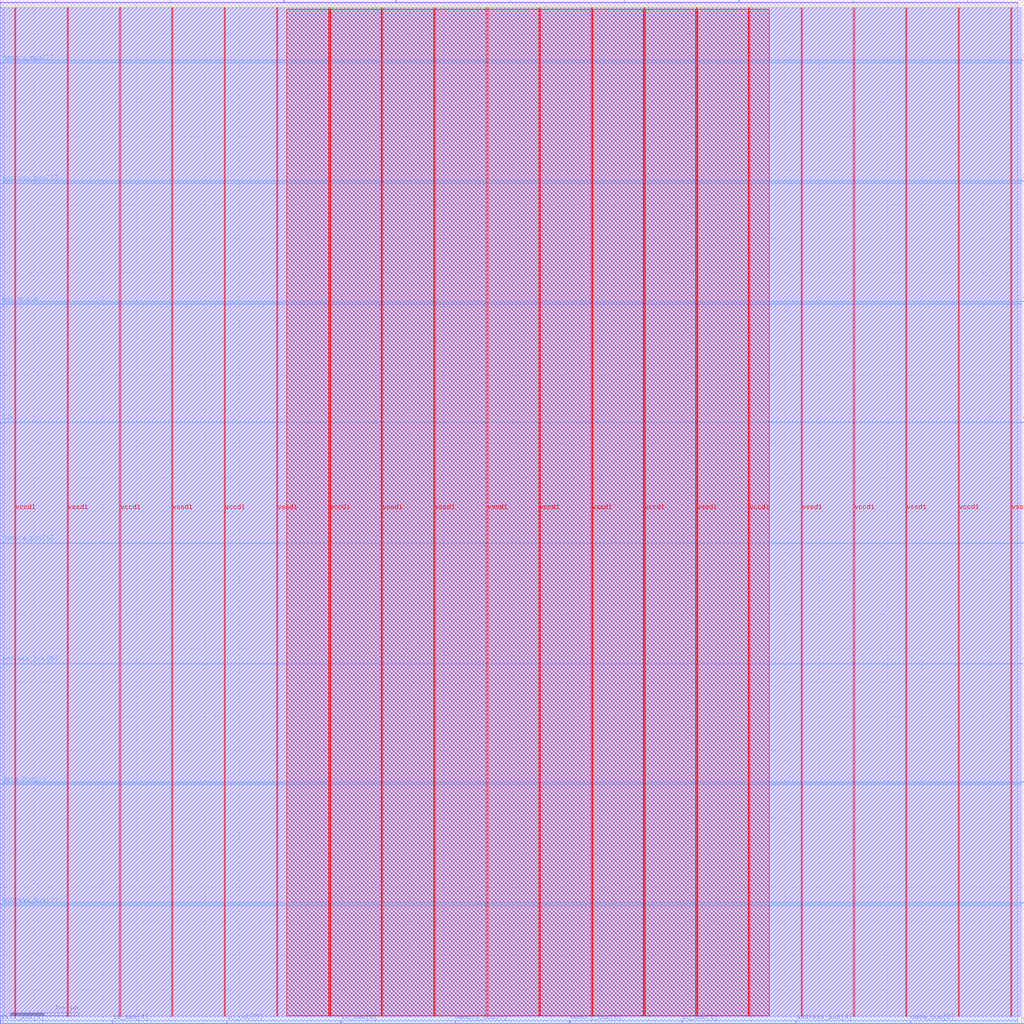
<source format=lef>
VERSION 5.7 ;
  NOWIREEXTENSIONATPIN ON ;
  DIVIDERCHAR "/" ;
  BUSBITCHARS "[]" ;
MACRO RISC_SPM
  CLASS BLOCK ;
  FOREIGN RISC_SPM ;
  ORIGIN 0.000 0.000 ;
  SIZE 1500.000 BY 1500.000 ;
  PIN address_bus[0]
    DIRECTION INPUT ;
    USE SIGNAL ;
    PORT
      LAYER met2 ;
        RECT 415.470 1496.000 415.750 1500.000 ;
    END
  END address_bus[0]
  PIN address_bus[1]
    DIRECTION INPUT ;
    USE SIGNAL ;
    PORT
      LAYER met2 ;
        RECT 1249.450 1496.000 1249.730 1500.000 ;
    END
  END address_bus[1]
  PIN address_bus[2]
    DIRECTION INPUT ;
    USE SIGNAL ;
    PORT
      LAYER met2 ;
        RECT 80.590 1496.000 80.870 1500.000 ;
    END
  END address_bus[2]
  PIN address_bus[3]
    DIRECTION INPUT ;
    USE SIGNAL ;
    PORT
      LAYER met3 ;
        RECT 0.000 1230.840 4.000 1231.440 ;
    END
  END address_bus[3]
  PIN address_bus[4]
    DIRECTION INPUT ;
    USE SIGNAL ;
    PORT
      LAYER met2 ;
        RECT 1165.730 0.000 1166.010 4.000 ;
    END
  END address_bus[4]
  PIN address_bus[5]
    DIRECTION INPUT ;
    USE SIGNAL ;
    PORT
      LAYER met3 ;
        RECT 0.000 527.040 4.000 527.640 ;
    END
  END address_bus[5]
  PIN address_bus[6]
    DIRECTION INPUT ;
    USE SIGNAL ;
    PORT
      LAYER met2 ;
        RECT 1082.010 1496.000 1082.290 1500.000 ;
    END
  END address_bus[6]
  PIN address_bus[7]
    DIRECTION INPUT ;
    USE SIGNAL ;
    PORT
      LAYER met3 ;
        RECT 0.000 173.440 4.000 174.040 ;
    END
  END address_bus[7]
  PIN clk
    DIRECTION INPUT ;
    USE SIGNAL ;
    PORT
      LAYER met3 ;
        RECT 0.000 880.640 4.000 881.240 ;
    END
  END clk
  PIN data_bus[0]
    DIRECTION INPUT ;
    USE SIGNAL ;
    PORT
      LAYER met3 ;
        RECT 1496.000 1057.440 1500.000 1058.040 ;
    END
  END data_bus[0]
  PIN data_bus[1]
    DIRECTION INPUT ;
    USE SIGNAL ;
    PORT
      LAYER met3 ;
        RECT 1496.000 0.040 1500.000 0.640 ;
    END
  END data_bus[1]
  PIN data_bus[2]
    DIRECTION INPUT ;
    USE SIGNAL ;
    PORT
      LAYER met2 ;
        RECT 1333.170 0.000 1333.450 4.000 ;
    END
  END data_bus[2]
  PIN data_bus[3]
    DIRECTION INPUT ;
    USE SIGNAL ;
    PORT
      LAYER met3 ;
        RECT 0.000 350.240 4.000 350.840 ;
    END
  END data_bus[3]
  PIN data_bus[4]
    DIRECTION INPUT ;
    USE SIGNAL ;
    PORT
      LAYER met3 ;
        RECT 1496.000 880.640 1500.000 881.240 ;
    END
  END data_bus[4]
  PIN data_bus[5]
    DIRECTION INPUT ;
    USE SIGNAL ;
    PORT
      LAYER met2 ;
        RECT 0.090 0.000 0.370 4.000 ;
    END
  END data_bus[5]
  PIN data_bus[6]
    DIRECTION INPUT ;
    USE SIGNAL ;
    PORT
      LAYER met2 ;
        RECT 914.570 1496.000 914.850 1500.000 ;
    END
  END data_bus[6]
  PIN data_bus[7]
    DIRECTION INPUT ;
    USE SIGNAL ;
    PORT
      LAYER met3 ;
        RECT 1496.000 527.040 1500.000 527.640 ;
    END
  END data_bus[7]
  PIN ext_write
    DIRECTION INPUT ;
    USE SIGNAL ;
    PORT
      LAYER met3 ;
        RECT 0.000 1054.040 4.000 1054.640 ;
    END
  END ext_write
  PIN io_oeb[0]
    DIRECTION OUTPUT TRISTATE ;
    USE SIGNAL ;
    PORT
      LAYER met2 ;
        RECT 248.030 1496.000 248.310 1500.000 ;
    END
  END io_oeb[0]
  PIN io_oeb[1]
    DIRECTION OUTPUT TRISTATE ;
    USE SIGNAL ;
    PORT
      LAYER met2 ;
        RECT 998.290 0.000 998.570 4.000 ;
    END
  END io_oeb[1]
  PIN io_oeb[2]
    DIRECTION OUTPUT TRISTATE ;
    USE SIGNAL ;
    PORT
      LAYER met2 ;
        RECT 1416.890 1496.000 1417.170 1500.000 ;
    END
  END io_oeb[2]
  PIN io_oeb[3]
    DIRECTION OUTPUT TRISTATE ;
    USE SIGNAL ;
    PORT
      LAYER met3 ;
        RECT 1496.000 176.840 1500.000 177.440 ;
    END
  END io_oeb[3]
  PIN io_oeb[4]
    DIRECTION OUTPUT TRISTATE ;
    USE SIGNAL ;
    PORT
      LAYER met2 ;
        RECT 164.310 0.000 164.590 4.000 ;
    END
  END io_oeb[4]
  PIN io_oeb[5]
    DIRECTION OUTPUT TRISTATE ;
    USE SIGNAL ;
    PORT
      LAYER met2 ;
        RECT 331.750 0.000 332.030 4.000 ;
    END
  END io_oeb[5]
  PIN io_oeb[6]
    DIRECTION OUTPUT TRISTATE ;
    USE SIGNAL ;
    PORT
      LAYER met2 ;
        RECT 499.190 0.000 499.470 4.000 ;
    END
  END io_oeb[6]
  PIN io_oeb[7]
    DIRECTION OUTPUT TRISTATE ;
    USE SIGNAL ;
    PORT
      LAYER met3 ;
        RECT 1496.000 353.640 1500.000 354.240 ;
    END
  END io_oeb[7]
  PIN memory_bus[0]
    DIRECTION OUTPUT TRISTATE ;
    USE SIGNAL ;
    PORT
      LAYER met2 ;
        RECT 666.630 0.000 666.910 4.000 ;
    END
  END memory_bus[0]
  PIN memory_bus[1]
    DIRECTION OUTPUT TRISTATE ;
    USE SIGNAL ;
    PORT
      LAYER met3 ;
        RECT 1496.000 1234.240 1500.000 1234.840 ;
    END
  END memory_bus[1]
  PIN memory_bus[2]
    DIRECTION OUTPUT TRISTATE ;
    USE SIGNAL ;
    PORT
      LAYER met3 ;
        RECT 1496.000 1411.040 1500.000 1411.640 ;
    END
  END memory_bus[2]
  PIN memory_bus[3]
    DIRECTION OUTPUT TRISTATE ;
    USE SIGNAL ;
    PORT
      LAYER met2 ;
        RECT 579.690 1496.000 579.970 1500.000 ;
    END
  END memory_bus[3]
  PIN memory_bus[4]
    DIRECTION OUTPUT TRISTATE ;
    USE SIGNAL ;
    PORT
      LAYER met2 ;
        RECT 747.130 1496.000 747.410 1500.000 ;
    END
  END memory_bus[4]
  PIN memory_bus[5]
    DIRECTION OUTPUT TRISTATE ;
    USE SIGNAL ;
    PORT
      LAYER met2 ;
        RECT 834.070 0.000 834.350 4.000 ;
    END
  END memory_bus[5]
  PIN memory_bus[6]
    DIRECTION OUTPUT TRISTATE ;
    USE SIGNAL ;
    PORT
      LAYER met3 ;
        RECT 0.000 703.840 4.000 704.440 ;
    END
  END memory_bus[6]
  PIN memory_bus[7]
    DIRECTION OUTPUT TRISTATE ;
    USE SIGNAL ;
    PORT
      LAYER met3 ;
        RECT 0.000 1407.640 4.000 1408.240 ;
    END
  END memory_bus[7]
  PIN rst
    DIRECTION INPUT ;
    USE SIGNAL ;
    PORT
      LAYER met3 ;
        RECT 1496.000 703.840 1500.000 704.440 ;
    END
  END rst
  PIN vccd1
    DIRECTION INPUT ;
    USE POWER ;
    PORT
      LAYER met4 ;
        RECT 21.040 10.640 22.640 1488.080 ;
    END
    PORT
      LAYER met4 ;
        RECT 174.640 10.640 176.240 1488.080 ;
    END
    PORT
      LAYER met4 ;
        RECT 328.240 10.640 329.840 1488.080 ;
    END
    PORT
      LAYER met4 ;
        RECT 481.840 10.640 483.440 1488.080 ;
    END
    PORT
      LAYER met4 ;
        RECT 635.440 10.640 637.040 1488.080 ;
    END
    PORT
      LAYER met4 ;
        RECT 789.040 10.640 790.640 1488.080 ;
    END
    PORT
      LAYER met4 ;
        RECT 942.640 10.640 944.240 1488.080 ;
    END
    PORT
      LAYER met4 ;
        RECT 1096.240 10.640 1097.840 1488.080 ;
    END
    PORT
      LAYER met4 ;
        RECT 1249.840 10.640 1251.440 1488.080 ;
    END
    PORT
      LAYER met4 ;
        RECT 1403.440 10.640 1405.040 1488.080 ;
    END
  END vccd1
  PIN vssd1
    DIRECTION INPUT ;
    USE GROUND ;
    PORT
      LAYER met4 ;
        RECT 97.840 10.640 99.440 1488.080 ;
    END
    PORT
      LAYER met4 ;
        RECT 251.440 10.640 253.040 1488.080 ;
    END
    PORT
      LAYER met4 ;
        RECT 405.040 10.640 406.640 1488.080 ;
    END
    PORT
      LAYER met4 ;
        RECT 558.640 10.640 560.240 1488.080 ;
    END
    PORT
      LAYER met4 ;
        RECT 712.240 10.640 713.840 1488.080 ;
    END
    PORT
      LAYER met4 ;
        RECT 865.840 10.640 867.440 1488.080 ;
    END
    PORT
      LAYER met4 ;
        RECT 1019.440 10.640 1021.040 1488.080 ;
    END
    PORT
      LAYER met4 ;
        RECT 1173.040 10.640 1174.640 1488.080 ;
    END
    PORT
      LAYER met4 ;
        RECT 1326.640 10.640 1328.240 1488.080 ;
    END
    PORT
      LAYER met4 ;
        RECT 1480.240 10.640 1481.840 1488.080 ;
    END
  END vssd1
  OBS
      LAYER li1 ;
        RECT 5.520 10.795 1494.080 1487.925 ;
      LAYER met1 ;
        RECT 0.070 10.640 1494.080 1488.080 ;
      LAYER met2 ;
        RECT 0.100 1495.720 80.310 1496.000 ;
        RECT 81.150 1495.720 247.750 1496.000 ;
        RECT 248.590 1495.720 415.190 1496.000 ;
        RECT 416.030 1495.720 579.410 1496.000 ;
        RECT 580.250 1495.720 746.850 1496.000 ;
        RECT 747.690 1495.720 914.290 1496.000 ;
        RECT 915.130 1495.720 1081.730 1496.000 ;
        RECT 1082.570 1495.720 1249.170 1496.000 ;
        RECT 1250.010 1495.720 1416.610 1496.000 ;
        RECT 1417.450 1495.720 1490.770 1496.000 ;
        RECT 0.100 4.280 1490.770 1495.720 ;
        RECT 0.650 0.155 164.030 4.280 ;
        RECT 164.870 0.155 331.470 4.280 ;
        RECT 332.310 0.155 498.910 4.280 ;
        RECT 499.750 0.155 666.350 4.280 ;
        RECT 667.190 0.155 833.790 4.280 ;
        RECT 834.630 0.155 998.010 4.280 ;
        RECT 998.850 0.155 1165.450 4.280 ;
        RECT 1166.290 0.155 1332.890 4.280 ;
        RECT 1333.730 0.155 1490.770 4.280 ;
      LAYER met3 ;
        RECT 4.000 1412.040 1496.000 1488.005 ;
        RECT 4.000 1410.640 1495.600 1412.040 ;
        RECT 4.000 1408.640 1496.000 1410.640 ;
        RECT 4.400 1407.240 1496.000 1408.640 ;
        RECT 4.000 1235.240 1496.000 1407.240 ;
        RECT 4.000 1233.840 1495.600 1235.240 ;
        RECT 4.000 1231.840 1496.000 1233.840 ;
        RECT 4.400 1230.440 1496.000 1231.840 ;
        RECT 4.000 1058.440 1496.000 1230.440 ;
        RECT 4.000 1057.040 1495.600 1058.440 ;
        RECT 4.000 1055.040 1496.000 1057.040 ;
        RECT 4.400 1053.640 1496.000 1055.040 ;
        RECT 4.000 881.640 1496.000 1053.640 ;
        RECT 4.400 880.240 1495.600 881.640 ;
        RECT 4.000 704.840 1496.000 880.240 ;
        RECT 4.400 703.440 1495.600 704.840 ;
        RECT 4.000 528.040 1496.000 703.440 ;
        RECT 4.400 526.640 1495.600 528.040 ;
        RECT 4.000 354.640 1496.000 526.640 ;
        RECT 4.000 353.240 1495.600 354.640 ;
        RECT 4.000 351.240 1496.000 353.240 ;
        RECT 4.400 349.840 1496.000 351.240 ;
        RECT 4.000 177.840 1496.000 349.840 ;
        RECT 4.000 176.440 1495.600 177.840 ;
        RECT 4.000 174.440 1496.000 176.440 ;
        RECT 4.400 173.040 1496.000 174.440 ;
        RECT 4.000 1.040 1496.000 173.040 ;
        RECT 4.000 0.175 1495.600 1.040 ;
      LAYER met4 ;
        RECT 419.815 11.735 481.440 1486.305 ;
        RECT 483.840 11.735 558.240 1486.305 ;
        RECT 560.640 11.735 635.040 1486.305 ;
        RECT 637.440 11.735 711.840 1486.305 ;
        RECT 714.240 11.735 788.640 1486.305 ;
        RECT 791.040 11.735 865.440 1486.305 ;
        RECT 867.840 11.735 942.240 1486.305 ;
        RECT 944.640 11.735 1019.040 1486.305 ;
        RECT 1021.440 11.735 1095.840 1486.305 ;
        RECT 1098.240 11.735 1126.705 1486.305 ;
  END
END RISC_SPM
END LIBRARY


</source>
